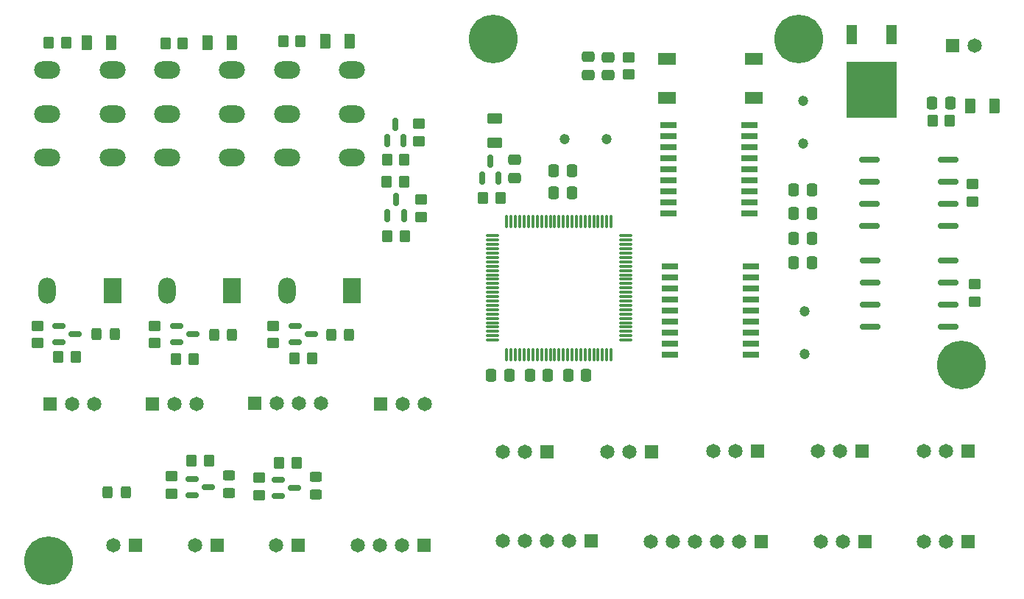
<source format=gts>
%TF.GenerationSoftware,KiCad,Pcbnew,(6.0.7)*%
%TF.CreationDate,2022-11-19T11:38:31+01:00*%
%TF.ProjectId,placamaster,706c6163-616d-4617-9374-65722e6b6963,v01*%
%TF.SameCoordinates,Original*%
%TF.FileFunction,Soldermask,Top*%
%TF.FilePolarity,Negative*%
%FSLAX46Y46*%
G04 Gerber Fmt 4.6, Leading zero omitted, Abs format (unit mm)*
G04 Created by KiCad (PCBNEW (6.0.7)) date 2022-11-19 11:38:31*
%MOMM*%
%LPD*%
G01*
G04 APERTURE LIST*
G04 Aperture macros list*
%AMRoundRect*
0 Rectangle with rounded corners*
0 $1 Rounding radius*
0 $2 $3 $4 $5 $6 $7 $8 $9 X,Y pos of 4 corners*
0 Add a 4 corners polygon primitive as box body*
4,1,4,$2,$3,$4,$5,$6,$7,$8,$9,$2,$3,0*
0 Add four circle primitives for the rounded corners*
1,1,$1+$1,$2,$3*
1,1,$1+$1,$4,$5*
1,1,$1+$1,$6,$7*
1,1,$1+$1,$8,$9*
0 Add four rect primitives between the rounded corners*
20,1,$1+$1,$2,$3,$4,$5,0*
20,1,$1+$1,$4,$5,$6,$7,0*
20,1,$1+$1,$6,$7,$8,$9,0*
20,1,$1+$1,$8,$9,$2,$3,0*%
G04 Aperture macros list end*
%ADD10C,3.600000*%
%ADD11C,5.600000*%
%ADD12C,1.650000*%
%ADD13R,1.650000X1.650000*%
%ADD14RoundRect,0.250000X-0.337500X-0.475000X0.337500X-0.475000X0.337500X0.475000X-0.337500X0.475000X0*%
%ADD15RoundRect,0.250000X0.350000X0.450000X-0.350000X0.450000X-0.350000X-0.450000X0.350000X-0.450000X0*%
%ADD16RoundRect,0.250000X0.475000X-0.337500X0.475000X0.337500X-0.475000X0.337500X-0.475000X-0.337500X0*%
%ADD17RoundRect,0.162500X-1.012500X-0.162500X1.012500X-0.162500X1.012500X0.162500X-1.012500X0.162500X0*%
%ADD18RoundRect,0.250000X-0.325000X-0.450000X0.325000X-0.450000X0.325000X0.450000X-0.325000X0.450000X0*%
%ADD19O,3.000000X2.000000*%
%ADD20R,2.000000X3.000000*%
%ADD21O,2.000000X3.000000*%
%ADD22RoundRect,0.250000X-0.375000X-0.625000X0.375000X-0.625000X0.375000X0.625000X-0.375000X0.625000X0*%
%ADD23RoundRect,0.250000X-0.450000X0.350000X-0.450000X-0.350000X0.450000X-0.350000X0.450000X0.350000X0*%
%ADD24RoundRect,0.150000X-0.587500X-0.150000X0.587500X-0.150000X0.587500X0.150000X-0.587500X0.150000X0*%
%ADD25RoundRect,0.250000X0.450000X-0.350000X0.450000X0.350000X-0.450000X0.350000X-0.450000X-0.350000X0*%
%ADD26RoundRect,0.150000X0.150000X-0.587500X0.150000X0.587500X-0.150000X0.587500X-0.150000X-0.587500X0*%
%ADD27RoundRect,0.250000X0.625000X-0.375000X0.625000X0.375000X-0.625000X0.375000X-0.625000X-0.375000X0*%
%ADD28RoundRect,0.250000X0.337500X0.475000X-0.337500X0.475000X-0.337500X-0.475000X0.337500X-0.475000X0*%
%ADD29C,1.193800*%
%ADD30R,2.100000X1.400000*%
%ADD31RoundRect,0.250000X0.450000X-0.325000X0.450000X0.325000X-0.450000X0.325000X-0.450000X-0.325000X0*%
%ADD32RoundRect,0.075000X0.662500X0.075000X-0.662500X0.075000X-0.662500X-0.075000X0.662500X-0.075000X0*%
%ADD33RoundRect,0.075000X0.075000X0.662500X-0.075000X0.662500X-0.075000X-0.662500X0.075000X-0.662500X0*%
%ADD34RoundRect,0.250000X-0.350000X-0.450000X0.350000X-0.450000X0.350000X0.450000X-0.350000X0.450000X0*%
%ADD35R,1.850000X0.650000*%
%ADD36R,1.200000X2.200000*%
%ADD37R,5.800000X6.400000*%
G04 APERTURE END LIST*
D10*
%TO.C,H3*%
X130124200Y-38862000D03*
D11*
X130124200Y-38862000D03*
%TD*%
D12*
%TO.C,J5*%
X70066248Y-97125200D03*
D13*
X72606248Y-97125200D03*
%TD*%
%TO.C,J13*%
X137742600Y-96670000D03*
D12*
X135202600Y-96670000D03*
X132662600Y-96670000D03*
%TD*%
D13*
%TO.C,J12*%
X149655200Y-96670000D03*
D12*
X147115200Y-96670000D03*
X144575200Y-96670000D03*
%TD*%
%TO.C,J16*%
X120292800Y-86306800D03*
X122832800Y-86306800D03*
D13*
X125372800Y-86306800D03*
%TD*%
D14*
%TO.C,C10*%
X129592600Y-56257400D03*
X131667600Y-56257400D03*
%TD*%
D15*
%TO.C,R22*%
X84850000Y-61560000D03*
X82850000Y-61560000D03*
%TD*%
%TO.C,R2*%
X147523200Y-48285400D03*
X145523200Y-48285400D03*
%TD*%
D16*
%TO.C,C6*%
X105950000Y-43000000D03*
X105950000Y-40925000D03*
%TD*%
D13*
%TO.C,J18*%
X149606000Y-86309200D03*
D12*
X147066000Y-86309200D03*
X144526000Y-86309200D03*
%TD*%
D14*
%TO.C,C11*%
X129575000Y-61850000D03*
X131650000Y-61850000D03*
%TD*%
D15*
%TO.C,R14*%
X59317600Y-39333000D03*
X57317600Y-39333000D03*
%TD*%
D17*
%TO.C,U5*%
X138300000Y-52770000D03*
X138300000Y-55310000D03*
X138300000Y-57850000D03*
X138300000Y-60390000D03*
X147350000Y-60390000D03*
X147350000Y-57850000D03*
X147350000Y-55310000D03*
X147350000Y-52770000D03*
%TD*%
D13*
%TO.C,J15*%
X113257000Y-86383000D03*
D12*
X110717000Y-86383000D03*
X108177000Y-86383000D03*
%TD*%
D13*
%TO.C,J10*%
X106272000Y-96644600D03*
D12*
X103732000Y-96644600D03*
X101192000Y-96644600D03*
X98652000Y-96644600D03*
X96112000Y-96644600D03*
%TD*%
D15*
%TO.C,R10*%
X72399400Y-87630000D03*
X70399400Y-87630000D03*
%TD*%
D18*
%TO.C,D6*%
X50688700Y-90985800D03*
X52738700Y-90985800D03*
%TD*%
D19*
%TO.C,K1*%
X51200000Y-47490000D03*
X51200000Y-52530000D03*
X51200000Y-42450000D03*
X43700000Y-47490000D03*
X43700000Y-52530000D03*
X43700000Y-42450000D03*
D20*
X51200000Y-67790000D03*
D21*
X43700000Y-67790000D03*
%TD*%
D22*
%TO.C,D3*%
X149864000Y-46554000D03*
X152664000Y-46554000D03*
%TD*%
D23*
%TO.C,R9*%
X68063700Y-89344200D03*
X68063700Y-91344200D03*
%TD*%
D15*
%TO.C,R12*%
X47015400Y-75468400D03*
X45015400Y-75468400D03*
%TD*%
D14*
%TO.C,C8*%
X129592600Y-58949800D03*
X131667600Y-58949800D03*
%TD*%
D19*
%TO.C,K2*%
X64979200Y-47489800D03*
X64979200Y-52529800D03*
X64979200Y-42449800D03*
X57479200Y-47489800D03*
X57479200Y-52529800D03*
X57479200Y-42449800D03*
D20*
X64979200Y-67789800D03*
D21*
X57479200Y-67789800D03*
%TD*%
D15*
%TO.C,R19*%
X72862400Y-39079000D03*
X70862400Y-39079000D03*
%TD*%
D18*
%TO.C,D7*%
X49410400Y-72776000D03*
X51460400Y-72776000D03*
%TD*%
D16*
%TO.C,C2*%
X97459800Y-54838600D03*
X97459800Y-52763600D03*
%TD*%
D24*
%TO.C,Q7*%
X72237600Y-71882000D03*
X72237600Y-73782000D03*
X74112600Y-72832000D03*
%TD*%
D17*
%TO.C,U6*%
X138325000Y-64340000D03*
X138325000Y-66880000D03*
X138325000Y-69420000D03*
X138325000Y-71960000D03*
X147375000Y-71960000D03*
X147375000Y-69420000D03*
X147375000Y-66880000D03*
X147375000Y-64340000D03*
%TD*%
D15*
%TO.C,R25*%
X74161400Y-75590400D03*
X72161400Y-75590400D03*
%TD*%
D23*
%TO.C,R20*%
X86499600Y-48643400D03*
X86499600Y-50643400D03*
%TD*%
D25*
%TO.C,R11*%
X42621200Y-73861600D03*
X42621200Y-71861600D03*
%TD*%
D13*
%TO.C,J8*%
X67564000Y-80797400D03*
D12*
X70104000Y-80797400D03*
X72644000Y-80797400D03*
X75184000Y-80797400D03*
%TD*%
D26*
%TO.C,Q6*%
X82850000Y-59227500D03*
X84750000Y-59227500D03*
X83800000Y-57352500D03*
%TD*%
D27*
%TO.C,D2*%
X95156000Y-50810500D03*
X95156000Y-48010500D03*
%TD*%
D10*
%TO.C,H4*%
X148830000Y-76390000D03*
D11*
X148830000Y-76390000D03*
%TD*%
D28*
%TO.C,C14*%
X105689400Y-77520800D03*
X103614400Y-77520800D03*
%TD*%
D15*
%TO.C,R21*%
X84756200Y-55258800D03*
X82756200Y-55258800D03*
%TD*%
D22*
%TO.C,D11*%
X75701200Y-39079000D03*
X78501200Y-39079000D03*
%TD*%
D19*
%TO.C,K3*%
X78790000Y-47490000D03*
X78790000Y-52530000D03*
X78790000Y-42450000D03*
X71290000Y-47490000D03*
X71290000Y-52530000D03*
X71290000Y-42450000D03*
D20*
X78790000Y-67790000D03*
D21*
X71290000Y-67790000D03*
%TD*%
D29*
%TO.C,Y1*%
X108086600Y-50377800D03*
X103206600Y-50377800D03*
%TD*%
D30*
%TO.C,SW1*%
X124986000Y-45612100D03*
X114986000Y-45612100D03*
X124986000Y-41112100D03*
X114986000Y-41112100D03*
%TD*%
D15*
%TO.C,R15*%
X62338700Y-87344200D03*
X60338700Y-87344200D03*
%TD*%
D22*
%TO.C,D9*%
X62169000Y-39307600D03*
X64969000Y-39307600D03*
%TD*%
D18*
%TO.C,D10*%
X62932200Y-72863200D03*
X64982200Y-72863200D03*
%TD*%
D25*
%TO.C,R3*%
X110554400Y-42961700D03*
X110554400Y-40961700D03*
%TD*%
D26*
%TO.C,D1*%
X93700000Y-54837500D03*
X95600000Y-54837500D03*
X94650000Y-52962500D03*
%TD*%
D13*
%TO.C,J11*%
X125804600Y-96670000D03*
D12*
X123264600Y-96670000D03*
X120724600Y-96670000D03*
X118184600Y-96670000D03*
X115644600Y-96670000D03*
X113104600Y-96670000D03*
%TD*%
D10*
%TO.C,H2*%
X94970600Y-38836600D03*
D11*
X94970600Y-38836600D03*
%TD*%
D31*
%TO.C,D5*%
X74613700Y-91269200D03*
X74613700Y-89219200D03*
%TD*%
D32*
%TO.C,U1*%
X110239500Y-73505700D03*
X110239500Y-73005700D03*
X110239500Y-72505700D03*
X110239500Y-72005700D03*
X110239500Y-71505700D03*
X110239500Y-71005700D03*
X110239500Y-70505700D03*
X110239500Y-70005700D03*
X110239500Y-69505700D03*
X110239500Y-69005700D03*
X110239500Y-68505700D03*
X110239500Y-68005700D03*
X110239500Y-67505700D03*
X110239500Y-67005700D03*
X110239500Y-66505700D03*
X110239500Y-66005700D03*
X110239500Y-65505700D03*
X110239500Y-65005700D03*
X110239500Y-64505700D03*
X110239500Y-64005700D03*
X110239500Y-63505700D03*
X110239500Y-63005700D03*
X110239500Y-62505700D03*
X110239500Y-62005700D03*
X110239500Y-61505700D03*
D33*
X108577000Y-59843200D03*
X108077000Y-59843200D03*
X107577000Y-59843200D03*
X107077000Y-59843200D03*
X106577000Y-59843200D03*
X106077000Y-59843200D03*
X105577000Y-59843200D03*
X105077000Y-59843200D03*
X104577000Y-59843200D03*
X104077000Y-59843200D03*
X103577000Y-59843200D03*
X103077000Y-59843200D03*
X102577000Y-59843200D03*
X102077000Y-59843200D03*
X101577000Y-59843200D03*
X101077000Y-59843200D03*
X100577000Y-59843200D03*
X100077000Y-59843200D03*
X99577000Y-59843200D03*
X99077000Y-59843200D03*
X98577000Y-59843200D03*
X98077000Y-59843200D03*
X97577000Y-59843200D03*
X97077000Y-59843200D03*
X96577000Y-59843200D03*
D32*
X94914500Y-61505700D03*
X94914500Y-62005700D03*
X94914500Y-62505700D03*
X94914500Y-63005700D03*
X94914500Y-63505700D03*
X94914500Y-64005700D03*
X94914500Y-64505700D03*
X94914500Y-65005700D03*
X94914500Y-65505700D03*
X94914500Y-66005700D03*
X94914500Y-66505700D03*
X94914500Y-67005700D03*
X94914500Y-67505700D03*
X94914500Y-68005700D03*
X94914500Y-68505700D03*
X94914500Y-69005700D03*
X94914500Y-69505700D03*
X94914500Y-70005700D03*
X94914500Y-70505700D03*
X94914500Y-71005700D03*
X94914500Y-71505700D03*
X94914500Y-72005700D03*
X94914500Y-72505700D03*
X94914500Y-73005700D03*
X94914500Y-73505700D03*
D33*
X96577000Y-75168200D03*
X97077000Y-75168200D03*
X97577000Y-75168200D03*
X98077000Y-75168200D03*
X98577000Y-75168200D03*
X99077000Y-75168200D03*
X99577000Y-75168200D03*
X100077000Y-75168200D03*
X100577000Y-75168200D03*
X101077000Y-75168200D03*
X101577000Y-75168200D03*
X102077000Y-75168200D03*
X102577000Y-75168200D03*
X103077000Y-75168200D03*
X103577000Y-75168200D03*
X104077000Y-75168200D03*
X104577000Y-75168200D03*
X105077000Y-75168200D03*
X105577000Y-75168200D03*
X106077000Y-75168200D03*
X106577000Y-75168200D03*
X107077000Y-75168200D03*
X107577000Y-75168200D03*
X108077000Y-75168200D03*
X108577000Y-75168200D03*
%TD*%
D15*
%TO.C,R18*%
X84791200Y-52758200D03*
X82791200Y-52758200D03*
%TD*%
D24*
%TO.C,Q2*%
X45034200Y-71861600D03*
X45034200Y-73761600D03*
X46909200Y-72811600D03*
%TD*%
D16*
%TO.C,C7*%
X108250000Y-43050000D03*
X108250000Y-40975000D03*
%TD*%
D23*
%TO.C,R24*%
X69733200Y-71868200D03*
X69733200Y-73868200D03*
%TD*%
D31*
%TO.C,D8*%
X64638700Y-91119200D03*
X64638700Y-89069200D03*
%TD*%
D22*
%TO.C,D4*%
X48275200Y-39307600D03*
X51075200Y-39307600D03*
%TD*%
D28*
%TO.C,C5*%
X147550000Y-46228000D03*
X145475000Y-46228000D03*
%TD*%
D13*
%TO.C,J2*%
X55829200Y-80822800D03*
D12*
X58369200Y-80822800D03*
X60909200Y-80822800D03*
%TD*%
D34*
%TO.C,R1*%
X93847400Y-57123500D03*
X95847400Y-57123500D03*
%TD*%
D15*
%TO.C,R17*%
X60521600Y-75682600D03*
X58521600Y-75682600D03*
%TD*%
D35*
%TO.C,U4*%
X124668100Y-75213700D03*
X124668100Y-73943700D03*
X124668100Y-72673700D03*
X124668100Y-71403700D03*
X124668100Y-70133700D03*
X124668100Y-68863700D03*
X124668100Y-67593700D03*
X124668100Y-66323700D03*
X124668100Y-65053700D03*
X115318100Y-65053700D03*
X115318100Y-66323700D03*
X115318100Y-67593700D03*
X115318100Y-68863700D03*
X115318100Y-70133700D03*
X115318100Y-71403700D03*
X115318100Y-72673700D03*
X115318100Y-73943700D03*
X115318100Y-75213700D03*
%TD*%
D36*
%TO.C,U2*%
X140785200Y-38377200D03*
D37*
X138505200Y-44677200D03*
D36*
X136225200Y-38377200D03*
%TD*%
D25*
%TO.C,R16*%
X56032400Y-73872600D03*
X56032400Y-71872600D03*
%TD*%
D23*
%TO.C,R13*%
X57988700Y-89194200D03*
X57988700Y-91194200D03*
%TD*%
D14*
%TO.C,C4*%
X101967400Y-56532900D03*
X104042400Y-56532900D03*
%TD*%
D13*
%TO.C,J4*%
X147828000Y-39598600D03*
D12*
X150368000Y-39598600D03*
%TD*%
D35*
%TO.C,U3*%
X124515700Y-58912200D03*
X124515700Y-57642200D03*
X124515700Y-56372200D03*
X124515700Y-55102200D03*
X124515700Y-53832200D03*
X124515700Y-52562200D03*
X124515700Y-51292200D03*
X124515700Y-50022200D03*
X124515700Y-48752200D03*
X115165700Y-48752200D03*
X115165700Y-50022200D03*
X115165700Y-51292200D03*
X115165700Y-52562200D03*
X115165700Y-53832200D03*
X115165700Y-55102200D03*
X115165700Y-56372200D03*
X115165700Y-57642200D03*
X115165700Y-58912200D03*
%TD*%
D26*
%TO.C,Q5*%
X82816600Y-50548400D03*
X84716600Y-50548400D03*
X83766600Y-48673400D03*
%TD*%
D14*
%TO.C,C9*%
X129575000Y-64593200D03*
X131650000Y-64593200D03*
%TD*%
D23*
%TO.C,R7*%
X150418800Y-67081400D03*
X150418800Y-69081400D03*
%TD*%
D13*
%TO.C,J14*%
X101193600Y-86385400D03*
D12*
X98653600Y-86385400D03*
X96113600Y-86385400D03*
%TD*%
D11*
%TO.C,H1*%
X43891200Y-98856800D03*
D10*
X43891200Y-98856800D03*
%TD*%
D14*
%TO.C,C3*%
X101967400Y-53992900D03*
X104042400Y-53992900D03*
%TD*%
D24*
%TO.C,Q3*%
X60363700Y-89463800D03*
X60363700Y-91363800D03*
X62238700Y-90413800D03*
%TD*%
D29*
%TO.C,Y2*%
X130650000Y-46010000D03*
X130650000Y-50890000D03*
%TD*%
D15*
%TO.C,R8*%
X45913000Y-39307600D03*
X43913000Y-39307600D03*
%TD*%
D13*
%TO.C,J1*%
X82067400Y-80822800D03*
D12*
X84607400Y-80822800D03*
X87147400Y-80822800D03*
%TD*%
D18*
%TO.C,D12*%
X76403200Y-72898000D03*
X78453200Y-72898000D03*
%TD*%
D13*
%TO.C,J3*%
X44018200Y-80825200D03*
D12*
X46558200Y-80825200D03*
X49098200Y-80825200D03*
%TD*%
D29*
%TO.C,Y3*%
X130800000Y-75090000D03*
X130800000Y-70210000D03*
%TD*%
D13*
%TO.C,J7*%
X63226248Y-97125200D03*
D12*
X60686248Y-97125200D03*
%TD*%
D23*
%TO.C,R23*%
X86690200Y-57327800D03*
X86690200Y-59327800D03*
%TD*%
D24*
%TO.C,Q1*%
X70313700Y-89544200D03*
X70313700Y-91444200D03*
X72188700Y-90494200D03*
%TD*%
D13*
%TO.C,J9*%
X87049848Y-97101800D03*
D12*
X84509848Y-97101800D03*
X81969848Y-97101800D03*
X79429848Y-97101800D03*
%TD*%
D28*
%TO.C,C12*%
X96875600Y-77546200D03*
X94800600Y-77546200D03*
%TD*%
D13*
%TO.C,J17*%
X137464800Y-86309200D03*
D12*
X134924800Y-86309200D03*
X132384800Y-86309200D03*
%TD*%
D23*
%TO.C,R6*%
X150139400Y-55549800D03*
X150139400Y-57549800D03*
%TD*%
D13*
%TO.C,J6*%
X53856248Y-97125200D03*
D12*
X51316248Y-97125200D03*
%TD*%
D28*
%TO.C,C13*%
X101287400Y-77520800D03*
X99212400Y-77520800D03*
%TD*%
D24*
%TO.C,Q4*%
X58623200Y-71872600D03*
X58623200Y-73772600D03*
X60498200Y-72822600D03*
%TD*%
M02*

</source>
